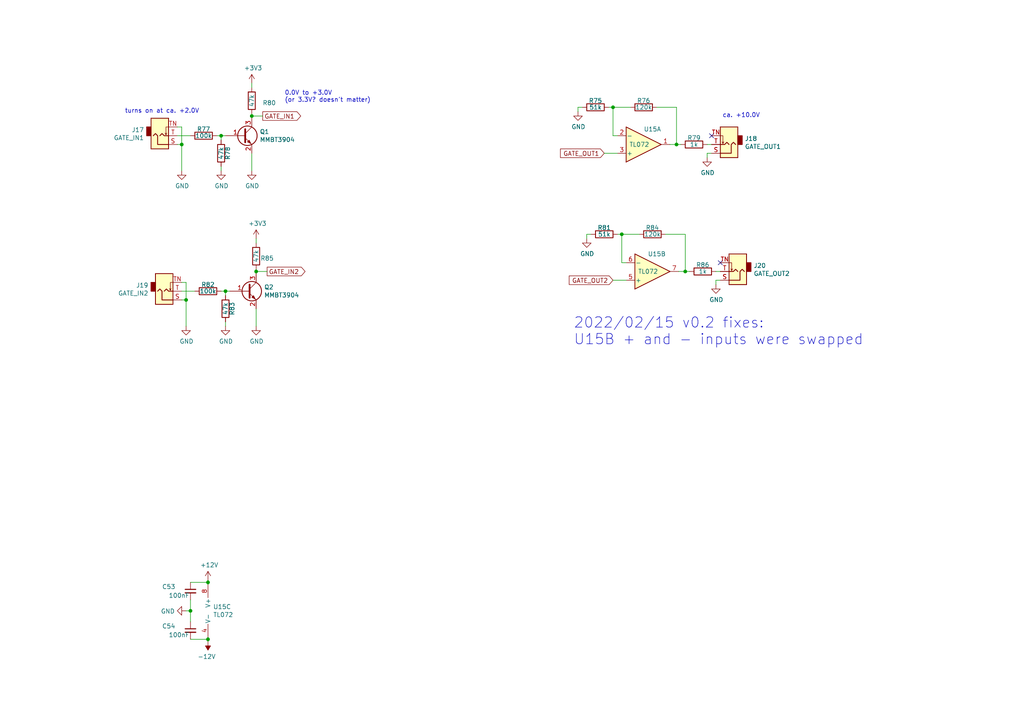
<source format=kicad_sch>
(kicad_sch (version 20211123) (generator eeschema)
  (paper "A4")
  (lib_symbols
    (symbol "Amplifier_Operational:TL072" (pin_names (offset 0.127))
      (property "Reference" "U" (at 0 5.08 0))
      (property "Value" "TL072" (at 0 -5.08 0))
      (symbol "TL072_1_1"
        (polyline (pts (xy -5.08 5.08) (xy 5.08 0) (xy -5.08 -5.08) (xy -5.08 5.08)) (stroke (width 0.254)) (fill (type background)))
        (pin output line (at 7.62 0 180) (length 2.54) (name "~") (number "1"))
        (pin input line (at -7.62 -2.54 0) (length 2.54) (name "-") (number "2"))
        (pin input line (at -7.62 2.54 0) (length 2.54) (name "+") (number "3"))
      )
      (symbol "TL072_2_1"
        (polyline (pts (xy -5.08 5.08) (xy 5.08 0) (xy -5.08 -5.08) (xy -5.08 5.08)) (stroke (width 0.254)) (fill (type background)))
        (pin input line (at -7.62 2.54 0) (length 2.54) (name "+") (number "5"))
        (pin input line (at -7.62 -2.54 0) (length 2.54) (name "-") (number "6"))
        (pin output line (at 7.62 0 180) (length 2.54) (name "~") (number "7"))
      )
      (symbol "TL072_3_1"
        (pin power_in line (at -2.54 -7.62 90) (length 3.81) (name "V-") (number "4"))
        (pin power_in line (at -2.54 7.62 270) (length 3.81) (name "V+") (number "8"))
      )
    )
    (symbol "Connector:AudioJack2_SwitchT"
      (property "Reference" "J" (at 0 8.89 0))
      (property "Value" "AudioJack2_SwitchT" (at 0 6.35 0))
      (symbol "AudioJack2_SwitchT_0_1"
        (rectangle (start -2.54 0) (end -3.81 -2.54) (stroke (width 0.254)) (fill (type outline)))
        (polyline (pts (xy 1.778 -0.254) (xy 2.032 -0.762)))
        (polyline (pts (xy 0 0) (xy 0.635 -0.635) (xy 1.27 0) (xy 2.54 0)) (stroke (width 0.254)))
        (polyline (pts (xy 2.54 -2.54) (xy 1.778 -2.54) (xy 1.778 -0.254) (xy 1.524 -0.762)))
        (polyline (pts (xy 2.54 2.54) (xy -0.635 2.54) (xy -0.635 0) (xy -1.27 -0.635) (xy -1.905 0)) (stroke (width 0.254)))
        (rectangle (start 2.54 3.81) (end -2.54 -5.08) (stroke (width 0.254)) (fill (type background)))
      )
      (symbol "AudioJack2_SwitchT_1_1"
        (pin passive line (at 5.08 2.54 180) (length 2.54) (name "~") (number "S"))
        (pin passive line (at 5.08 0 180) (length 2.54) (name "~") (number "T"))
        (pin passive line (at 5.08 -2.54 180) (length 2.54) (name "~") (number "TN"))
      )
    )
    (symbol "Device:C_Small" (pin_numbers hide) (pin_names (offset 0.254) hide)
      (property "Reference" "C" (at 0.254 1.778 0))
      (property "Value" "C_Small" (at 0.254 -2.032 0))
      (symbol "C_Small_0_1"
        (polyline (pts (xy -1.524 -0.508) (xy 1.524 -0.508)) (stroke (width 0.3302)))
        (polyline (pts (xy -1.524 0.508) (xy 1.524 0.508)) (stroke (width 0.3048)))
      )
      (symbol "C_Small_1_1"
        (pin passive line (at 0 2.54 270) (length 2.032) (name "~") (number "1"))
        (pin passive line (at 0 -2.54 90) (length 2.032) (name "~") (number "2"))
      )
    )
    (symbol "Device:R" (pin_numbers hide) (pin_names (offset 0))
      (property "Reference" "R" (at 2.032 0 90))
      (property "Value" "R" (at 0 0 90))
      (symbol "R_0_1"
        (rectangle (start -1.016 -2.54) (end 1.016 2.54) (stroke (width 0.254)))
      )
      (symbol "R_1_1"
        (pin passive line (at 0 3.81 270) (length 1.27) (name "~") (number "1"))
        (pin passive line (at 0 -3.81 90) (length 1.27) (name "~") (number "2"))
      )
    )
    (symbol "Transistor_BJT:MMBT3904" (pin_names (offset 0) hide)
      (property "Reference" "Q" (at 5.08 1.905 0))
      (property "Value" "MMBT3904" (at 5.08 0 0))
      (symbol "MMBT3904_0_1"
        (polyline (pts (xy 0.635 0.635) (xy 2.54 2.54)))
        (polyline (pts (xy 0.635 -0.635) (xy 2.54 -2.54) (xy 2.54 -2.54)))
        (polyline (pts (xy 0.635 1.905) (xy 0.635 -1.905) (xy 0.635 -1.905)) (stroke (width 0.508)))
        (polyline (pts (xy 1.27 -1.778) (xy 1.778 -1.27) (xy 2.286 -2.286) (xy 1.27 -1.778) (xy 1.27 -1.778)) (fill (type outline)))
        (circle (center 1.27 0) (radius 2.8194) (stroke (width 0.254)))
      )
      (symbol "MMBT3904_1_1"
        (pin input line (at -5.08 0 0) (length 5.715) (name "B") (number "1"))
        (pin passive line (at 2.54 -5.08 90) (length 2.54) (name "E") (number "2"))
        (pin passive line (at 2.54 5.08 270) (length 2.54) (name "C") (number "3"))
      )
    )
    (symbol "power:+12V" (power) (pin_names (offset 0))
      (property "Value" "+12V" (at 0 3.556 0))
      (symbol "+12V_0_1"
        (polyline (pts (xy -0.762 1.27) (xy 0 2.54)))
        (polyline (pts (xy 0 0) (xy 0 2.54)))
        (polyline (pts (xy 0 2.54) (xy 0.762 1.27)))
      )
      (symbol "+12V_1_1"
        (pin power_in line (at 0 0 90) (length 0) hide (name "+12V") (number "1"))
      )
    )
    (symbol "power:+3.3V" (power) (pin_names (offset 0))
      (property "Value" "+3.3V" (at 0 3.556 0))
      (symbol "+3.3V_0_1"
        (polyline (pts (xy -0.762 1.27) (xy 0 2.54)))
        (polyline (pts (xy 0 0) (xy 0 2.54)))
        (polyline (pts (xy 0 2.54) (xy 0.762 1.27)))
      )
      (symbol "+3.3V_1_1"
        (pin power_in line (at 0 0 90) (length 0) hide (name "+3V3") (number "1"))
      )
    )
    (symbol "power:-12V" (power) (pin_names (offset 0))
      (property "Value" "-12V" (at 0 3.81 0))
      (symbol "-12V_0_0"
        (pin power_in line (at 0 0 90) (length 0) hide (name "-12V") (number "1"))
      )
      (symbol "-12V_0_1"
        (polyline (pts (xy 0 0) (xy 0 1.27) (xy 0.762 1.27) (xy 0 2.54) (xy -0.762 1.27) (xy 0 1.27)) (fill (type outline)))
      )
    )
    (symbol "power:GND" (power) (pin_names (offset 0))
      (property "Value" "GND" (at 0 -3.81 0))
      (symbol "GND_0_1"
        (polyline (pts (xy 0 0) (xy 0 -1.27) (xy 1.27 -1.27) (xy 0 -2.54) (xy -1.27 -1.27) (xy 0 -1.27)))
      )
      (symbol "GND_1_1"
        (pin power_in line (at 0 0 270) (length 0) hide (name "GND") (number "1"))
      )
    )
  )
  (junction (at 73.025 33.655))
  (junction (at 65.405 84.455))
  (junction (at 74.295 78.74))
  (junction (at 180.34 67.945))
  (junction (at 52.705 41.91))
  (junction (at 55.245 177.165))
  (junction (at 53.975 86.995))
  (junction (at 64.135 39.37))
  (junction (at 177.8 31.115))
  (junction (at 198.755 78.74))
  (junction (at 196.215 41.91))
  (junction (at 60.325 185.42))
  (junction (at 60.325 168.91))
  (no_connect (at 208.915 76.2))
  (no_connect (at 206.375 39.37))
  (wire (pts (xy 208.915 78.74) (xy 207.645 78.74)))
  (wire (pts (xy 52.705 41.91) (xy 52.705 36.83)))
  (wire (pts (xy 55.245 168.91) (xy 60.325 168.91)))
  (wire (pts (xy 198.755 67.945) (xy 198.755 78.74)))
  (wire (pts (xy 60.325 186.055) (xy 60.325 185.42)))
  (wire (pts (xy 200.025 78.74) (xy 198.755 78.74)))
  (wire (pts (xy 53.975 86.995) (xy 52.705 86.995)))
  (wire (pts (xy 53.975 94.615) (xy 53.975 86.995)))
  (wire (pts (xy 52.705 84.455) (xy 56.515 84.455)))
  (wire (pts (xy 74.295 78.105) (xy 74.295 78.74)))
  (wire (pts (xy 190.5 31.115) (xy 196.215 31.115)))
  (wire (pts (xy 53.975 81.915) (xy 52.705 81.915)))
  (wire (pts (xy 51.435 39.37) (xy 55.245 39.37)))
  (wire (pts (xy 207.645 82.55) (xy 207.645 81.28)))
  (wire (pts (xy 177.8 31.115) (xy 182.88 31.115)))
  (wire (pts (xy 170.18 67.945) (xy 171.45 67.945)))
  (wire (pts (xy 65.405 84.455) (xy 64.135 84.455)))
  (wire (pts (xy 53.975 86.995) (xy 53.975 81.915)))
  (wire (pts (xy 73.025 33.02) (xy 73.025 33.655)))
  (wire (pts (xy 73.025 49.53) (xy 73.025 44.45)))
  (wire (pts (xy 196.215 41.91) (xy 194.31 41.91)))
  (wire (pts (xy 64.135 39.37) (xy 62.865 39.37)))
  (wire (pts (xy 77.47 78.74) (xy 74.295 78.74)))
  (wire (pts (xy 65.405 39.37) (xy 64.135 39.37)))
  (wire (pts (xy 53.975 177.165) (xy 55.245 177.165)))
  (wire (pts (xy 180.34 67.945) (xy 185.42 67.945)))
  (wire (pts (xy 198.755 78.74) (xy 196.85 78.74)))
  (wire (pts (xy 55.245 173.99) (xy 55.245 177.165)))
  (wire (pts (xy 170.18 69.215) (xy 170.18 67.945)))
  (wire (pts (xy 73.025 33.655) (xy 73.025 34.29)))
  (wire (pts (xy 52.705 49.53) (xy 52.705 41.91)))
  (wire (pts (xy 177.8 39.37) (xy 177.8 31.115)))
  (wire (pts (xy 55.245 177.165) (xy 55.245 180.34)))
  (wire (pts (xy 74.295 69.215) (xy 74.295 70.485)))
  (wire (pts (xy 167.64 31.115) (xy 168.91 31.115)))
  (wire (pts (xy 66.675 84.455) (xy 65.405 84.455)))
  (wire (pts (xy 60.325 168.275) (xy 60.325 168.91)))
  (wire (pts (xy 60.325 184.785) (xy 60.325 185.42)))
  (wire (pts (xy 206.375 41.91) (xy 205.105 41.91)))
  (wire (pts (xy 64.135 40.64) (xy 64.135 39.37)))
  (wire (pts (xy 73.025 24.13) (xy 73.025 25.4)))
  (wire (pts (xy 177.8 81.28) (xy 181.61 81.28)))
  (wire (pts (xy 65.405 85.725) (xy 65.405 84.455)))
  (wire (pts (xy 176.53 31.115) (xy 177.8 31.115)))
  (wire (pts (xy 60.325 168.91) (xy 60.325 169.545)))
  (wire (pts (xy 181.61 76.2) (xy 180.34 76.2)))
  (wire (pts (xy 207.645 81.28) (xy 208.915 81.28)))
  (wire (pts (xy 179.07 67.945) (xy 180.34 67.945)))
  (wire (pts (xy 74.295 78.74) (xy 74.295 79.375)))
  (wire (pts (xy 205.105 44.45) (xy 206.375 44.45)))
  (wire (pts (xy 60.325 185.42) (xy 55.245 185.42)))
  (wire (pts (xy 52.705 36.83) (xy 51.435 36.83)))
  (wire (pts (xy 196.215 31.115) (xy 196.215 41.91)))
  (wire (pts (xy 175.26 44.45) (xy 179.07 44.45)))
  (wire (pts (xy 197.485 41.91) (xy 196.215 41.91)))
  (wire (pts (xy 167.64 32.385) (xy 167.64 31.115)))
  (wire (pts (xy 64.135 49.53) (xy 64.135 48.26)))
  (wire (pts (xy 179.07 39.37) (xy 177.8 39.37)))
  (wire (pts (xy 76.2 33.655) (xy 73.025 33.655)))
  (wire (pts (xy 65.405 94.615) (xy 65.405 93.345)))
  (wire (pts (xy 180.34 76.2) (xy 180.34 67.945)))
  (wire (pts (xy 205.105 45.72) (xy 205.105 44.45)))
  (wire (pts (xy 193.04 67.945) (xy 198.755 67.945)))
  (wire (pts (xy 52.705 41.91) (xy 51.435 41.91)))
  (wire (pts (xy 74.295 94.615) (xy 74.295 89.535)))
  (text "0.0V to +3.0V\n(or 3.3V? doesn't matter)" (at 82.55 29.845 0) (effects (font (size 1.27 1.27)) (justify left bottom)))
  (text "2022/02/15 v0.2 fixes:\nU15B + and - inputs were swapped\n" (at 166.37 100.33 0) (effects (font (size 2.9972 2.9972)) (justify left bottom)))
  (text "ca. +10.0V" (at 209.55 34.29 0) (effects (font (size 1.27 1.27)) (justify left bottom)))
  (text "turns on at ca. +2.0V" (at 36.195 33.02 0) (effects (font (size 1.27 1.27)) (justify left bottom)))
  (global_label "GATE_IN1" (shape output) (at 76.2 33.655 0) (property "Intersheet References" "${INTERSHEET_REFS}" (effects hide)))
  (global_label "GATE_OUT2" (shape input) (at 177.8 81.28 180) (property "Intersheet References" "${INTERSHEET_REFS}" (effects hide)))
  (global_label "GATE_OUT1" (shape input) (at 175.26 44.45 180) (property "Intersheet References" "${INTERSHEET_REFS}" (effects hide)))
  (global_label "GATE_IN2" (shape output) (at 77.47 78.74 0) (property "Intersheet References" "${INTERSHEET_REFS}" (effects hide)))
  (symbol (lib_id "Connector:AudioJack2_SwitchT") (at 46.355 39.37 0) (mirror x) (unit 1)
    (property "Reference" "J17" (at 41.783 37.6682 0) (effects (justify right)))
    (property "Value" "GATE_IN1" (at 41.783 39.9796 0) (effects (justify right)))
    (property "Footprint" "foots:WQP-PJ301M" (effects hide))
    (property "LCSC" "-" (effects hide))
  )
  (symbol (lib_id "power:GND") (at 52.705 49.53 0) (unit 1)
    (property "Reference" "#PWR0130" (effects hide))
    (property "Value" "GND" (at 52.832 53.9242 0))
  )
  (symbol (lib_id "Device:R") (at 59.055 39.37 270) (unit 1)
    (property "Reference" "R77" (at 59.055 37.465 90))
    (property "Value" "100k" (at 59.055 39.37 90))
    (property "Footprint" "Resistor_SMD:R_0603_1608Metric_Pad0.98x0.95mm_HandSolder" (effects hide))
    (property "LCSC" "C25803" (effects hide))
  )
  (symbol (lib_id "Device:R") (at 64.135 44.45 180) (unit 1)
    (property "Reference" "R78" (at 66.04 44.45 90))
    (property "Value" "47k" (at 64.135 44.45 90))
    (property "Footprint" "Resistor_SMD:R_0603_1608Metric_Pad0.98x0.95mm_HandSolder" (effects hide))
    (property "LCSC" "C25819" (effects hide))
  )
  (symbol (lib_id "power:GND") (at 64.135 49.53 0) (unit 1)
    (property "Reference" "#PWR0131" (effects hide))
    (property "Value" "GND" (at 64.262 53.9242 0))
  )
  (symbol (lib_id "Transistor_BJT:MMBT3904") (at 70.485 39.37 0) (unit 1)
    (property "Reference" "Q1" (at 75.3364 38.2016 0) (effects (justify left)))
    (property "Value" "MMBT3904" (at 75.3364 40.513 0) (effects (justify left)))
    (property "Footprint" "Package_TO_SOT_SMD:SOT-23" (effects hide))
    (property "Datasheet" "https://www.onsemi.com/pub/Collateral/2N3903-D.PDF" (effects hide))
    (property "LCSC" "C20526" (effects hide))
  )
  (symbol (lib_id "power:GND") (at 73.025 49.53 0) (unit 1)
    (property "Reference" "#PWR0134" (effects hide))
    (property "Value" "GND" (at 73.152 53.9242 0))
  )
  (symbol (lib_id "Device:R") (at 73.025 29.21 180) (unit 1)
    (property "Reference" "R80" (at 78.105 29.845 0))
    (property "Value" "47k" (at 73.025 29.21 90))
    (property "Footprint" "Resistor_SMD:R_0603_1608Metric_Pad0.98x0.95mm_HandSolder" (effects hide))
    (property "LCSC" "C25819" (effects hide))
  )
  (symbol (lib_id "Connector:AudioJack2_SwitchT") (at 47.625 84.455 0) (mirror x) (unit 1)
    (property "Reference" "J19" (at 43.053 82.7532 0) (effects (justify right)))
    (property "Value" "GATE_IN2" (at 43.053 85.0646 0) (effects (justify right)))
    (property "Footprint" "foots:WQP-PJ301M" (effects hide))
    (property "LCSC" "-" (effects hide))
  )
  (symbol (lib_id "power:GND") (at 53.975 94.615 0) (unit 1)
    (property "Reference" "#PWR0136" (effects hide))
    (property "Value" "GND" (at 54.102 99.0092 0))
  )
  (symbol (lib_id "Device:R") (at 60.325 84.455 270) (unit 1)
    (property "Reference" "R82" (at 60.325 82.55 90))
    (property "Value" "100k" (at 60.325 84.455 90))
    (property "Footprint" "Resistor_SMD:R_0603_1608Metric_Pad0.98x0.95mm_HandSolder" (effects hide))
    (property "LCSC" "C25803" (effects hide))
  )
  (symbol (lib_id "Device:R") (at 65.405 89.535 180) (unit 1)
    (property "Reference" "R83" (at 67.31 89.535 90))
    (property "Value" "47k" (at 65.405 89.535 90))
    (property "Footprint" "Resistor_SMD:R_0603_1608Metric_Pad0.98x0.95mm_HandSolder" (effects hide))
    (property "LCSC" "C25819" (effects hide))
  )
  (symbol (lib_id "power:GND") (at 65.405 94.615 0) (unit 1)
    (property "Reference" "#PWR0137" (effects hide))
    (property "Value" "GND" (at 65.532 99.0092 0))
  )
  (symbol (lib_id "Transistor_BJT:MMBT3904") (at 71.755 84.455 0) (unit 1)
    (property "Reference" "Q2" (at 76.6064 83.2866 0) (effects (justify left)))
    (property "Value" "MMBT3904" (at 76.6064 85.598 0) (effects (justify left)))
    (property "Footprint" "Package_TO_SOT_SMD:SOT-23" (effects hide))
    (property "Datasheet" "https://www.onsemi.com/pub/Collateral/2N3903-D.PDF" (effects hide))
    (property "LCSC" "C20526" (effects hide))
  )
  (symbol (lib_id "power:GND") (at 74.295 94.615 0) (unit 1)
    (property "Reference" "#PWR0139" (effects hide))
    (property "Value" "GND" (at 74.422 99.0092 0))
  )
  (symbol (lib_id "Device:R") (at 74.295 74.295 180) (unit 1)
    (property "Reference" "R85" (at 77.47 74.93 0))
    (property "Value" "47k" (at 74.295 74.295 90))
    (property "Footprint" "Resistor_SMD:R_0603_1608Metric_Pad0.98x0.95mm_HandSolder" (effects hide))
    (property "LCSC" "C25819" (effects hide))
  )
  (symbol (lib_id "Amplifier_Operational:TL072") (at 186.69 41.91 0) (mirror x) (unit 1)
    (property "Reference" "U15" (at 189.23 37.465 0))
    (property "Value" "TL072" (at 185.42 41.91 0))
    (property "Footprint" "foots:SOIC-8-1EP_3.9x4.9mm_P1.27mm_EP2.29x3mm_3D" (effects hide))
    (property "Datasheet" "http://www.ti.com/lit/ds/symlink/tl071.pdf" (effects hide))
    (property "LCSC" "C6961" (effects hide))
  )
  (symbol (lib_id "Device:R") (at 186.69 31.115 270) (unit 1)
    (property "Reference" "R76" (at 186.69 29.21 90))
    (property "Value" "120k" (at 186.69 31.115 90))
    (property "Footprint" "Resistor_SMD:R_0603_1608Metric_Pad0.98x0.95mm_HandSolder" (effects hide))
    (property "LCSC" "C25808" (effects hide))
  )
  (symbol (lib_id "Device:R") (at 172.72 31.115 270) (unit 1)
    (property "Reference" "R75" (at 172.72 29.21 90))
    (property "Value" "51k" (at 172.72 31.115 90))
    (property "Footprint" "Resistor_SMD:R_0603_1608Metric_Pad0.98x0.95mm_HandSolder" (effects hide))
    (property "LCSC" "C23196" (effects hide))
  )
  (symbol (lib_id "power:GND") (at 167.64 32.385 0) (unit 1)
    (property "Reference" "#PWR0129" (effects hide))
    (property "Value" "GND" (at 167.767 36.7792 0))
  )
  (symbol (lib_id "Device:R") (at 201.295 41.91 270) (unit 1)
    (property "Reference" "R79" (at 201.295 40.005 90))
    (property "Value" "1k" (at 201.295 41.91 90))
    (property "Footprint" "Resistor_SMD:R_0603_1608Metric_Pad0.98x0.95mm_HandSolder" (effects hide))
    (property "LCSC" "C21190" (effects hide))
  )
  (symbol (lib_id "Connector:AudioJack2_SwitchT") (at 211.455 41.91 180) (unit 1)
    (property "Reference" "J18" (at 216.027 40.2082 0) (effects (justify right)))
    (property "Value" "GATE_OUT1" (at 216.027 42.5196 0) (effects (justify right)))
    (property "Footprint" "foots:WQP-PJ301M" (effects hide))
    (property "LCSC" "-" (effects hide))
  )
  (symbol (lib_id "power:GND") (at 205.105 45.72 0) (unit 1)
    (property "Reference" "#PWR0132" (effects hide))
    (property "Value" "GND" (at 205.232 50.1142 0))
  )
  (symbol (lib_id "Amplifier_Operational:TL072") (at 189.23 78.74 0) (mirror x) (unit 2)
    (property "Reference" "U15" (at 190.5 73.66 0))
    (property "Value" "TL072" (at 187.96 78.74 0))
    (property "Footprint" "foots:SOIC-8-1EP_3.9x4.9mm_P1.27mm_EP2.29x3mm_3D" (effects hide))
    (property "Datasheet" "http://www.ti.com/lit/ds/symlink/tl071.pdf" (effects hide))
    (property "LCSC" "C6961" (effects hide))
  )
  (symbol (lib_id "Amplifier_Operational:TL072") (at 62.865 177.165 0) (unit 3)
    (property "Reference" "U15" (at 61.7982 175.9966 0) (effects (justify left)))
    (property "Value" "TL072" (at 61.7982 178.308 0) (effects (justify left)))
    (property "Footprint" "foots:SOIC-8-1EP_3.9x4.9mm_P1.27mm_EP2.29x3mm_3D" (effects hide))
    (property "Datasheet" "http://www.ti.com/lit/ds/symlink/tl071.pdf" (effects hide))
    (property "LCSC" "C6961" (effects hide))
  )
  (symbol (lib_id "Device:C_Small") (at 55.245 171.45 0) (unit 1)
    (property "Reference" "C53" (at 46.99 170.18 0) (effects (justify left)))
    (property "Value" "100nF" (at 48.895 172.72 0) (effects (justify left)))
    (property "Footprint" "Capacitor_SMD:C_0603_1608Metric_Pad1.08x0.95mm_HandSolder" (effects hide))
    (property "LCSC" "C14663" (effects hide))
  )
  (symbol (lib_id "power:+12V") (at 60.325 168.275 0) (unit 1)
    (property "Reference" "#PWR0127" (effects hide))
    (property "Value" "+12V" (at 60.706 163.8808 0))
  )
  (symbol (lib_id "power:-12V") (at 60.325 186.055 180) (unit 1)
    (property "Reference" "#PWR0128" (effects hide))
    (property "Value" "-12V" (at 59.944 190.4492 0))
  )
  (symbol (lib_id "power:+3.3V") (at 73.025 24.13 0) (unit 1)
    (property "Reference" "#PWR0133" (effects hide))
    (property "Value" "+3.3V" (at 73.406 19.7358 0))
  )
  (symbol (lib_id "power:+3.3V") (at 74.295 69.215 0) (unit 1)
    (property "Reference" "#PWR0138" (effects hide))
    (property "Value" "+3.3V" (at 74.676 64.8208 0))
  )
  (symbol (lib_id "Device:R") (at 189.23 67.945 270) (unit 1)
    (property "Reference" "R84" (at 189.23 66.04 90))
    (property "Value" "120k" (at 189.23 67.945 90))
    (property "Footprint" "Resistor_SMD:R_0603_1608Metric_Pad0.98x0.95mm_HandSolder" (effects hide))
    (property "LCSC" "C25808" (effects hide))
  )
  (symbol (lib_id "Device:R") (at 175.26 67.945 270) (unit 1)
    (property "Reference" "R81" (at 175.26 66.04 90))
    (property "Value" "51k" (at 175.26 67.945 90))
    (property "Footprint" "Resistor_SMD:R_0603_1608Metric_Pad0.98x0.95mm_HandSolder" (effects hide))
    (property "LCSC" "C23196" (effects hide))
  )
  (symbol (lib_id "power:GND") (at 170.18 69.215 0) (unit 1)
    (property "Reference" "#PWR0135" (effects hide))
    (property "Value" "GND" (at 170.307 73.6092 0))
  )
  (symbol (lib_id "Device:R") (at 203.835 78.74 270) (unit 1)
    (property "Reference" "R86" (at 203.835 76.835 90))
    (property "Value" "1k" (at 203.835 78.74 90))
    (property "Footprint" "Resistor_SMD:R_0603_1608Metric_Pad0.98x0.95mm_HandSolder" (effects hide))
    (property "LCSC" "C21190" (effects hide))
  )
  (symbol (lib_id "Connector:AudioJack2_SwitchT") (at 213.995 78.74 180) (unit 1)
    (property "Reference" "J20" (at 218.567 77.0382 0) (effects (justify right)))
    (property "Value" "GATE_OUT2" (at 218.567 79.3496 0) (effects (justify right)))
    (property "Footprint" "foots:WQP-PJ301M" (effects hide))
    (property "LCSC" "-" (effects hide))
  )
  (symbol (lib_id "power:GND") (at 207.645 82.55 0) (unit 1)
    (property "Reference" "#PWR0140" (effects hide))
    (property "Value" "GND" (at 207.772 86.9442 0))
  )
  (symbol (lib_id "Device:C_Small") (at 55.245 182.88 0) (unit 1)
    (property "Reference" "C54" (at 46.99 181.61 0) (effects (justify left)))
    (property "Value" "100nF" (at 48.895 184.15 0) (effects (justify left)))
    (property "Footprint" "Capacitor_SMD:C_0603_1608Metric_Pad1.08x0.95mm_HandSolder" (effects hide))
    (property "LCSC" "C14663" (effects hide))
  )
  (symbol (lib_id "power:GND") (at 53.975 177.165 270) (unit 1)
    (property "Reference" "#PWR0126" (effects hide))
    (property "Value" "GND" (at 50.7238 177.292 90) (effects (justify right)))
  )
)
</source>
